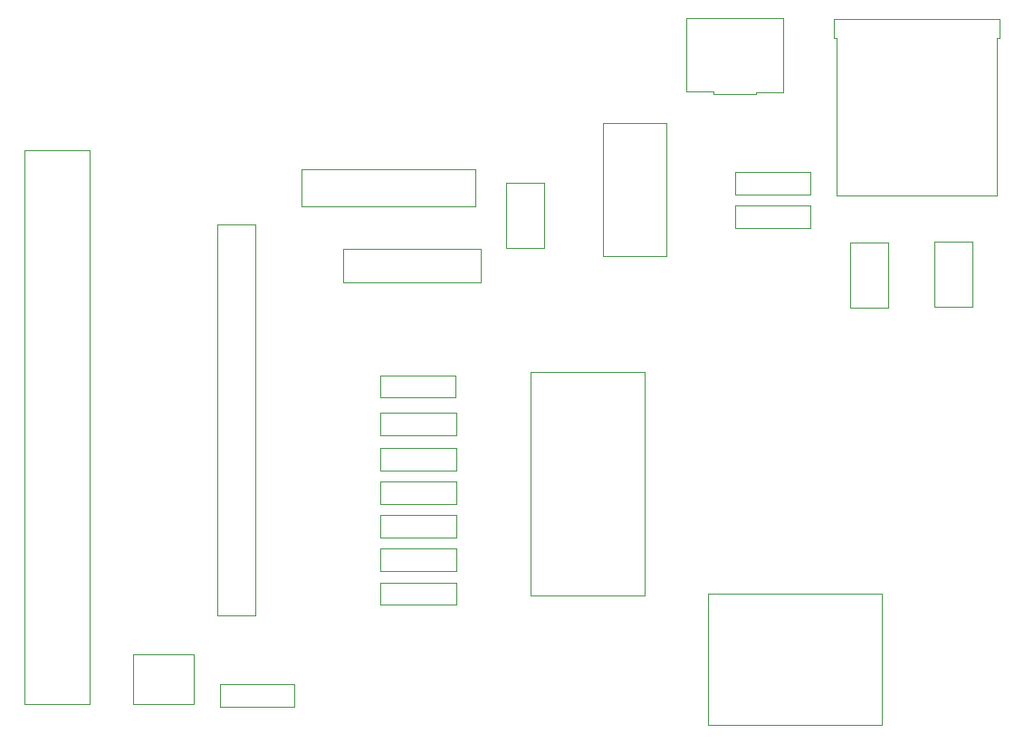
<source format=gbr>
%TF.GenerationSoftware,KiCad,Pcbnew,9.0.2*%
%TF.CreationDate,2025-06-18T17:26:40+12:00*%
%TF.ProjectId,smartclockpi,736d6172-7463-46c6-9f63-6b70692e6b69,rev?*%
%TF.SameCoordinates,Original*%
%TF.FileFunction,Other,User*%
%FSLAX46Y46*%
G04 Gerber Fmt 4.6, Leading zero omitted, Abs format (unit mm)*
G04 Created by KiCad (PCBNEW 9.0.2) date 2025-06-18 17:26:40*
%MOMM*%
%LPD*%
G01*
G04 APERTURE LIST*
%ADD10C,0.050000*%
G04 APERTURE END LIST*
D10*
%TO.C,J3*%
X60700000Y-86910000D02*
X64250000Y-86910000D01*
X60700000Y-123510000D02*
X60700000Y-86910000D01*
X64250000Y-86910000D02*
X64250000Y-123510000D01*
X64250000Y-123510000D02*
X60700000Y-123510000D01*
%TO.C,R9*%
X75960000Y-120450000D02*
X83040000Y-120450000D01*
X83040000Y-122550000D01*
X75960000Y-122550000D01*
X75960000Y-120450000D01*
%TO.C,J2*%
X106632200Y-121485000D02*
X106632200Y-133785000D01*
X106632200Y-133785000D02*
X122882200Y-133785000D01*
X122882200Y-121485000D02*
X106632200Y-121485000D01*
X122882200Y-133785000D02*
X122882200Y-121485000D01*
%TO.C,D1*%
X72462400Y-89205000D02*
X85322400Y-89205000D01*
X85322400Y-92405000D01*
X72462400Y-92405000D01*
X72462400Y-89205000D01*
%TO.C,R1*%
X52870000Y-127150000D02*
X52870000Y-131850000D01*
X52870000Y-127150000D02*
X58530000Y-127150000D01*
X58530000Y-131850000D02*
X52870000Y-131850000D01*
X58530000Y-131850000D02*
X58530000Y-127150000D01*
%TO.C,R4*%
X75960000Y-104550000D02*
X83040000Y-104550000D01*
X83040000Y-106650000D01*
X75960000Y-106650000D01*
X75960000Y-104550000D01*
%TO.C,J9*%
X87735000Y-83086800D02*
X91285000Y-83086800D01*
X87735000Y-89186800D02*
X87735000Y-83086800D01*
X91285000Y-83086800D02*
X91285000Y-89186800D01*
X91285000Y-89186800D02*
X87735000Y-89186800D01*
%TO.C,U2*%
X89980000Y-100720000D02*
X100640000Y-100720000D01*
X100640000Y-121660000D01*
X89980000Y-121660000D01*
X89980000Y-100720000D01*
%TO.C,J1*%
X42700000Y-80040000D02*
X48800000Y-80040000D01*
X42700000Y-131840000D02*
X42700000Y-80040000D01*
X48800000Y-80040000D02*
X48800000Y-131840000D01*
X48800000Y-131840000D02*
X42700000Y-131840000D01*
%TO.C,J4*%
X68580000Y-81750000D02*
X84830000Y-81750000D01*
X68580000Y-85300000D02*
X68580000Y-81750000D01*
X84830000Y-81750000D02*
X84830000Y-85300000D01*
X84830000Y-85300000D02*
X68580000Y-85300000D01*
%TO.C,J6*%
X118361000Y-69525400D02*
X118361000Y-67725400D01*
X118611000Y-69525400D02*
X118361000Y-69525400D01*
X118611000Y-69525400D02*
X118611000Y-84205400D01*
X133611000Y-69525400D02*
X133611000Y-84205400D01*
X133611000Y-69525400D02*
X133861000Y-69525400D01*
X133611000Y-84205400D02*
X118611000Y-84205400D01*
X133861000Y-67725400D02*
X118361000Y-67725400D01*
X133861000Y-69525400D02*
X133861000Y-67725400D01*
%TO.C,J5*%
X104592600Y-67619800D02*
X104592600Y-74529800D01*
X104592600Y-67619800D02*
X113592600Y-67619800D01*
X104592600Y-74529800D02*
X107092600Y-74529800D01*
X107092600Y-74529800D02*
X107092600Y-74729800D01*
X111092600Y-74579800D02*
X111092600Y-74729800D01*
X111092600Y-74729800D02*
X107092600Y-74729800D01*
X113592600Y-74579800D02*
X111092600Y-74579800D01*
X113592600Y-74579800D02*
X113592600Y-67619800D01*
%TO.C,R6*%
X75960000Y-111000000D02*
X83040000Y-111000000D01*
X83040000Y-113100000D01*
X75960000Y-113100000D01*
X75960000Y-111000000D01*
%TO.C,R8*%
X75960000Y-117300000D02*
X83040000Y-117300000D01*
X83040000Y-119400000D01*
X75960000Y-119400000D01*
X75960000Y-117300000D01*
%TO.C,R5*%
X75960000Y-107850000D02*
X83040000Y-107850000D01*
X83040000Y-109950000D01*
X75960000Y-109950000D01*
X75960000Y-107850000D01*
%TO.C,J8*%
X127765000Y-88593200D02*
X131315000Y-88593200D01*
X127765000Y-94693200D02*
X127765000Y-88593200D01*
X131315000Y-88593200D02*
X131315000Y-94693200D01*
X131315000Y-94693200D02*
X127765000Y-94693200D01*
%TO.C,R3*%
X75970000Y-101050000D02*
X82950000Y-101050000D01*
X82950000Y-103150000D01*
X75970000Y-103150000D01*
X75970000Y-101050000D01*
%TO.C,R7*%
X75960000Y-114150000D02*
X83040000Y-114150000D01*
X83040000Y-116250000D01*
X75960000Y-116250000D01*
X75960000Y-114150000D01*
%TO.C,U3*%
X96750000Y-77440000D02*
X102750000Y-77440000D01*
X96750000Y-89940000D02*
X96750000Y-77440000D01*
X102750000Y-77440000D02*
X102750000Y-89940000D01*
X102750000Y-89940000D02*
X96750000Y-89940000D01*
%TO.C,J7*%
X119866000Y-88624000D02*
X123416000Y-88624000D01*
X119866000Y-94724000D02*
X119866000Y-88624000D01*
X123416000Y-88624000D02*
X123416000Y-94724000D01*
X123416000Y-94724000D02*
X119866000Y-94724000D01*
%TO.C,R2*%
X60970000Y-129950000D02*
X67950000Y-129950000D01*
X67950000Y-132050000D01*
X60970000Y-132050000D01*
X60970000Y-129950000D01*
%TO.C,R12*%
X109120000Y-82050000D02*
X116200000Y-82050000D01*
X116200000Y-84150000D01*
X109120000Y-84150000D01*
X109120000Y-82050000D01*
%TO.C,R13*%
X109120000Y-85200000D02*
X116200000Y-85200000D01*
X116200000Y-87300000D01*
X109120000Y-87300000D01*
X109120000Y-85200000D01*
%TD*%
M02*

</source>
